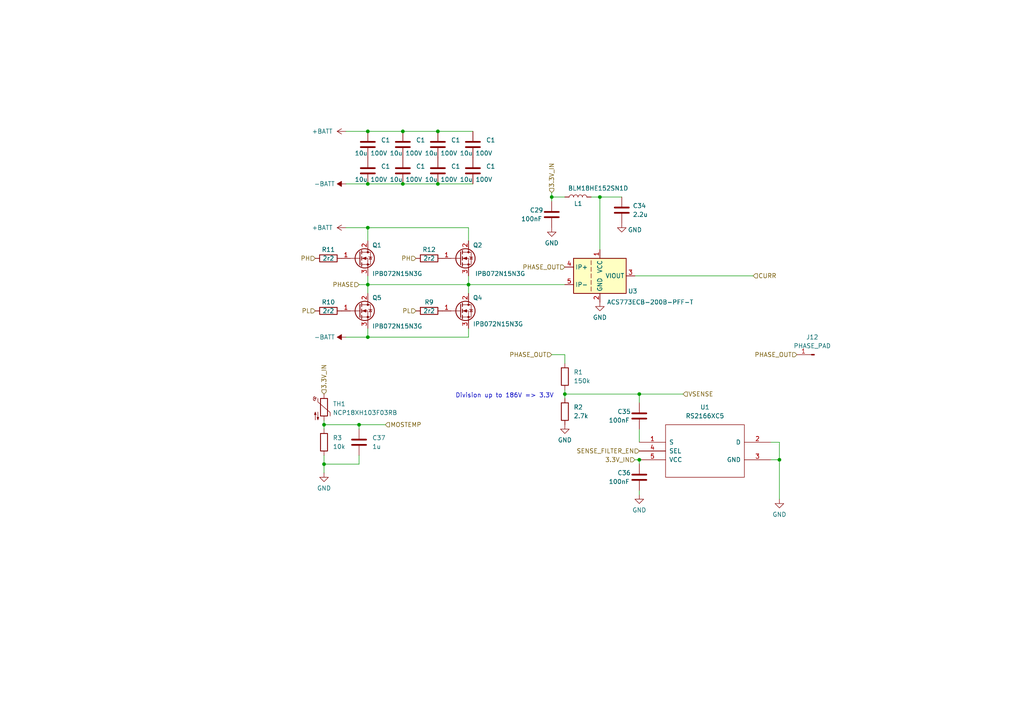
<source format=kicad_sch>
(kicad_sch (version 20230121) (generator eeschema)
  (paper "A4")
  (lib_symbols
    (symbol "Connector:Conn_01x01_Pin" (pin_names (offset 1.016) hide)
      (property "Reference" "J" (at 0 2.54 0))
      (property "Value" "Conn_01x01_Pin" (at 0 -2.54 0))
      (symbol "Conn_01x01_Pin_1_1"
        (polyline (pts (xy 1.27 0) (xy 0.8636 0)) (stroke (width 0.1524)))
        (rectangle (start 0.8636 0.127) (end 0 -0.127) (stroke (width 0.1524)) (fill (type outline)))
        (pin passive line (at 5.08 0 180) (length 3.81) (name "Pin_1") (number "1"))
      )
    )
    (symbol "Device:C" (pin_numbers hide) (pin_names (offset 0.254))
      (property "Reference" "C" (at 0.635 2.54 0))
      (property "Value" "C" (at 0.635 -2.54 0))
      (symbol "C_0_1"
        (polyline (pts (xy -2.032 -0.762) (xy 2.032 -0.762)) (stroke (width 0.508)))
        (polyline (pts (xy -2.032 0.762) (xy 2.032 0.762)) (stroke (width 0.508)))
      )
      (symbol "C_1_1"
        (pin passive line (at 0 3.81 270) (length 2.794) (name "~") (number "1"))
        (pin passive line (at 0 -3.81 90) (length 2.794) (name "~") (number "2"))
      )
    )
    (symbol "Device:L" (pin_numbers hide) (pin_names (offset 1.016) hide)
      (property "Reference" "L" (at -1.27 0 90))
      (property "Value" "L" (at 1.905 0 90))
      (symbol "L_0_1"
        (arc (start 0 -2.54) (mid 0.6323 -1.905) (end 0 -1.27))
        (arc (start 0 -1.27) (mid 0.6323 -0.635) (end 0 0))
        (arc (start 0 0) (mid 0.6323 0.635) (end 0 1.27))
        (arc (start 0 1.27) (mid 0.6323 1.905) (end 0 2.54))
      )
      (symbol "L_1_1"
        (pin passive line (at 0 3.81 270) (length 1.27) (name "1") (number "1"))
        (pin passive line (at 0 -3.81 90) (length 1.27) (name "2") (number "2"))
      )
    )
    (symbol "Device:R" (pin_numbers hide) (pin_names (offset 0))
      (property "Reference" "R" (at 2.032 0 90))
      (property "Value" "R" (at 0 0 90))
      (symbol "R_0_1"
        (rectangle (start -1.016 -2.54) (end 1.016 2.54) (stroke (width 0.254)))
      )
      (symbol "R_1_1"
        (pin passive line (at 0 3.81 270) (length 1.27) (name "~") (number "1"))
        (pin passive line (at 0 -3.81 90) (length 1.27) (name "~") (number "2"))
      )
    )
    (symbol "Device:Thermistor_NTC" (pin_numbers hide) (pin_names (offset 0))
      (property "Reference" "TH" (at -4.445 0 90))
      (property "Value" "Thermistor_NTC" (at 3.175 0 90))
      (symbol "Thermistor_NTC_0_1"
        (arc (start -3.048 2.159) (mid -3.0495 2.3143) (end -3.175 2.413))
        (arc (start -3.048 2.159) (mid -2.9736 1.9794) (end -2.794 1.905))
        (arc (start -3.048 2.794) (mid -2.9736 2.6144) (end -2.794 2.54))
        (arc (start -2.794 1.905) (mid -2.6144 1.9794) (end -2.54 2.159))
        (arc (start -2.794 2.54) (mid -2.4393 2.5587) (end -2.159 2.794))
        (arc (start -2.794 3.048) (mid -2.9736 2.9736) (end -3.048 2.794))
        (arc (start -2.54 2.794) (mid -2.6144 2.9736) (end -2.794 3.048))
        (rectangle (start -1.016 2.54) (end 1.016 -2.54) (stroke (width 0.254)))
        (polyline (pts (xy -2.54 2.159) (xy -2.54 2.794)))
        (polyline (pts (xy -1.778 2.54) (xy -1.778 1.524) (xy 1.778 -1.524) (xy 1.778 -2.54)))
        (polyline (pts (xy -2.54 -3.683) (xy -2.54 -1.397) (xy -2.794 -2.159) (xy -2.286 -2.159) (xy -2.54 -1.397) (xy -2.54 -1.651)) (fill (type outline)))
        (polyline (pts (xy -1.778 -1.397) (xy -1.778 -3.683) (xy -2.032 -2.921) (xy -1.524 -2.921) (xy -1.778 -3.683) (xy -1.778 -3.429)) (fill (type outline)))
      )
      (symbol "Thermistor_NTC_1_1"
        (pin passive line (at 0 3.81 270) (length 1.27) (name "~") (number "1"))
        (pin passive line (at 0 -3.81 90) (length 1.27) (name "~") (number "2"))
      )
    )
    (symbol "GigaESCSymbols:RS2166XC5" (pin_names (offset 1.016))
      (property "Reference" "U" (at 0 -8.89 0))
      (property "Value" "RS2166XC5" (at 0 10.16 0))
      (symbol "RS2166XC5_1_0"
        (rectangle (start -11.43 -7.62) (end 11.43 7.62))
      )
      (symbol "RS2166XC5_1_1"
        (pin input line (at -19.05 2.54 0) (length 7.62) (name "S") (number "1"))
        (pin input line (at 19.05 2.54 180) (length 7.62) (name "D") (number "2"))
        (pin input line (at 19.05 -2.54 180) (length 7.62) (name "GND") (number "3"))
        (pin input line (at -19.05 0 0) (length 7.62) (name "SEL") (number "4"))
        (pin input line (at -19.05 -2.54 0) (length 7.62) (name "VCC") (number "5"))
      )
    )
    (symbol "Sensor_Current:ACS770xCB-200B-PSF"
      (property "Reference" "U" (at -7.62 6.35 0))
      (property "Value" "ACS770xCB-200B-PSF" (at 2.54 6.35 0))
      (symbol "ACS770xCB-200B-PSF_0_1"
        (rectangle (start -7.62 5.08) (end 7.62 -5.08) (stroke (width 0.254)) (fill (type background)))
        (polyline (pts (xy -2.54 -3.175) (xy -2.54 -4.445)))
        (polyline (pts (xy -2.54 -1.27) (xy -2.54 -2.54)))
        (polyline (pts (xy -2.54 0.635) (xy -2.54 -0.635)))
        (polyline (pts (xy -2.54 1.27) (xy -2.54 2.54)))
        (polyline (pts (xy -2.54 3.175) (xy -2.54 4.445)))
      )
      (symbol "ACS770xCB-200B-PSF_1_1"
        (pin power_in line (at 0 7.62 270) (length 2.54) (name "VCC") (number "1"))
        (pin power_in line (at 0 -7.62 90) (length 2.54) (name "GND") (number "2"))
        (pin output line (at 10.16 0 180) (length 2.54) (name "VIOUT") (number "3"))
        (pin passive line (at -10.16 2.54 0) (length 2.54) (name "IP+") (number "4"))
        (pin passive line (at -10.16 -2.54 0) (length 2.54) (name "IP-") (number "5"))
      )
    )
    (symbol "Transistor_FET:BSP89" (pin_names hide)
      (property "Reference" "Q" (at 5.08 1.905 0))
      (property "Value" "BSP89" (at 5.08 0 0))
      (symbol "BSP89_0_1"
        (polyline (pts (xy 0.254 0) (xy -2.54 0)))
        (polyline (pts (xy 0.254 1.905) (xy 0.254 -1.905)) (stroke (width 0.254)))
        (polyline (pts (xy 0.762 -1.27) (xy 0.762 -2.286)) (stroke (width 0.254)))
        (polyline (pts (xy 0.762 0.508) (xy 0.762 -0.508)) (stroke (width 0.254)))
        (polyline (pts (xy 0.762 2.286) (xy 0.762 1.27)) (stroke (width 0.254)))
        (polyline (pts (xy 2.54 2.54) (xy 2.54 1.778)))
        (polyline (pts (xy 2.54 -2.54) (xy 2.54 0) (xy 0.762 0)))
        (polyline (pts (xy 0.762 -1.778) (xy 3.302 -1.778) (xy 3.302 1.778) (xy 0.762 1.778)))
        (polyline (pts (xy 1.016 0) (xy 2.032 0.381) (xy 2.032 -0.381) (xy 1.016 0)) (fill (type outline)))
        (polyline (pts (xy 2.794 0.508) (xy 2.921 0.381) (xy 3.683 0.381) (xy 3.81 0.254)))
        (polyline (pts (xy 3.302 0.381) (xy 2.921 -0.254) (xy 3.683 -0.254) (xy 3.302 0.381)))
        (circle (center 1.651 0) (radius 2.794) (stroke (width 0.254)))
        (circle (center 2.54 -1.778) (radius 0.254) (fill (type outline)))
        (circle (center 2.54 1.778) (radius 0.254) (fill (type outline)))
      )
      (symbol "BSP89_1_1"
        (pin input line (at -5.08 0 0) (length 2.54) (name "G") (number "1"))
        (pin passive line (at 2.54 5.08 270) (length 2.54) (name "D") (number "2"))
        (pin passive line (at 2.54 -5.08 90) (length 2.54) (name "S") (number "3"))
      )
    )
    (symbol "power:+BATT" (power) (pin_names (offset 0))
      (property "Value" "+BATT" (at 0 3.556 0))
      (symbol "+BATT_0_1"
        (polyline (pts (xy -0.762 1.27) (xy 0 2.54)))
        (polyline (pts (xy 0 0) (xy 0 2.54)))
        (polyline (pts (xy 0 2.54) (xy 0.762 1.27)))
      )
      (symbol "+BATT_1_1"
        (pin power_in line (at 0 0 90) (length 0) hide (name "+BATT") (number "1"))
      )
    )
    (symbol "power:-BATT" (power) (pin_names (offset 0))
      (property "Value" "-BATT" (at 0 3.556 0))
      (symbol "-BATT_0_1"
        (polyline (pts (xy 0 0) (xy 0 2.54)))
        (polyline (pts (xy 0.762 1.27) (xy -0.762 1.27) (xy 0 2.54) (xy 0.762 1.27)) (fill (type outline)))
      )
      (symbol "-BATT_1_1"
        (pin power_in line (at 0 0 90) (length 0) hide (name "-BATT") (number "1"))
      )
    )
    (symbol "power:GND" (power) (pin_names (offset 0))
      (property "Value" "GND" (at 0 -3.81 0))
      (symbol "GND_0_1"
        (polyline (pts (xy 0 0) (xy 0 -1.27) (xy 1.27 -1.27) (xy 0 -2.54) (xy -1.27 -1.27) (xy 0 -1.27)))
      )
      (symbol "GND_1_1"
        (pin power_in line (at 0 0 270) (length 0) hide (name "GND") (number "1"))
      )
    )
  )
  (junction (at 127 53.34))
  (junction (at 106.68 53.34))
  (junction (at 173.99 57.15))
  (junction (at 135.89 82.55))
  (junction (at 93.98 134.62))
  (junction (at 106.68 82.55))
  (junction (at 185.42 114.3))
  (junction (at 160.02 57.15))
  (junction (at 163.83 114.3))
  (junction (at 106.68 66.04))
  (junction (at 104.14 123.19))
  (junction (at 226.06 133.35))
  (junction (at 106.68 38.1))
  (junction (at 116.84 38.1))
  (junction (at 127 38.1))
  (junction (at 106.68 97.79))
  (junction (at 185.42 133.35))
  (junction (at 93.98 123.19))
  (junction (at 116.84 53.34))
  (wire (pts (xy 173.99 57.15) (xy 180.34 57.15)))
  (wire (pts (xy 106.68 82.55) (xy 106.68 85.09)))
  (wire (pts (xy 106.68 66.04) (xy 135.89 66.04)))
  (wire (pts (xy 160.02 55.88) (xy 160.02 57.15)))
  (wire (pts (xy 106.68 82.55) (xy 135.89 82.55)))
  (wire (pts (xy 106.68 95.25) (xy 106.68 97.79)))
  (wire (pts (xy 116.84 38.1) (xy 127 38.1)))
  (wire (pts (xy 163.83 115.57) (xy 163.83 114.3)))
  (wire (pts (xy 106.68 66.04) (xy 106.68 69.85)))
  (wire (pts (xy 163.83 57.15) (xy 160.02 57.15)))
  (wire (pts (xy 104.14 123.19) (xy 111.76 123.19)))
  (wire (pts (xy 135.89 80.01) (xy 135.89 82.55)))
  (wire (pts (xy 100.33 38.1) (xy 106.68 38.1)))
  (wire (pts (xy 135.89 95.25) (xy 135.89 97.79)))
  (wire (pts (xy 106.68 38.1) (xy 116.84 38.1)))
  (wire (pts (xy 226.06 133.35) (xy 226.06 128.27)))
  (wire (pts (xy 106.68 80.01) (xy 106.68 82.55)))
  (wire (pts (xy 185.42 133.35) (xy 185.42 134.62)))
  (wire (pts (xy 163.83 113.03) (xy 163.83 114.3)))
  (wire (pts (xy 184.15 133.35) (xy 185.42 133.35)))
  (wire (pts (xy 185.42 124.46) (xy 185.42 128.27)))
  (wire (pts (xy 185.42 114.3) (xy 198.12 114.3)))
  (wire (pts (xy 127 53.34) (xy 137.16 53.34)))
  (wire (pts (xy 100.33 97.79) (xy 106.68 97.79)))
  (wire (pts (xy 116.84 53.34) (xy 127 53.34)))
  (wire (pts (xy 135.89 82.55) (xy 163.83 82.55)))
  (wire (pts (xy 127 38.1) (xy 137.16 38.1)))
  (wire (pts (xy 173.99 57.15) (xy 171.45 57.15)))
  (wire (pts (xy 104.14 82.55) (xy 106.68 82.55)))
  (wire (pts (xy 100.33 66.04) (xy 106.68 66.04)))
  (wire (pts (xy 160.02 102.87) (xy 163.83 102.87)))
  (wire (pts (xy 93.98 123.19) (xy 104.14 123.19)))
  (wire (pts (xy 226.06 128.27) (xy 223.52 128.27)))
  (wire (pts (xy 93.98 121.92) (xy 93.98 123.19)))
  (wire (pts (xy 226.06 133.35) (xy 226.06 144.78)))
  (wire (pts (xy 93.98 123.19) (xy 93.98 124.46)))
  (wire (pts (xy 106.68 53.34) (xy 116.84 53.34)))
  (wire (pts (xy 160.02 58.42) (xy 160.02 57.15)))
  (wire (pts (xy 163.83 102.87) (xy 163.83 105.41)))
  (wire (pts (xy 135.89 82.55) (xy 135.89 85.09)))
  (wire (pts (xy 93.98 132.08) (xy 93.98 134.62)))
  (wire (pts (xy 104.14 124.46) (xy 104.14 123.19)))
  (wire (pts (xy 104.14 132.08) (xy 104.14 134.62)))
  (wire (pts (xy 173.99 57.15) (xy 173.99 72.39)))
  (wire (pts (xy 185.42 116.84) (xy 185.42 114.3)))
  (wire (pts (xy 223.52 133.35) (xy 226.06 133.35)))
  (wire (pts (xy 100.33 53.34) (xy 106.68 53.34)))
  (wire (pts (xy 184.15 80.01) (xy 218.44 80.01)))
  (wire (pts (xy 163.83 114.3) (xy 185.42 114.3)))
  (wire (pts (xy 135.89 97.79) (xy 106.68 97.79)))
  (wire (pts (xy 93.98 134.62) (xy 93.98 137.16)))
  (wire (pts (xy 135.89 66.04) (xy 135.89 69.85)))
  (wire (pts (xy 104.14 134.62) (xy 93.98 134.62)))
  (wire (pts (xy 185.42 142.24) (xy 185.42 143.51)))
  (text "Division up to 186V => 3.3V" (at 132.08 115.57 0) (effects (font (size 1.27 1.27)) (justify left bottom)))
  (hierarchical_label "PHASE_OUT" (shape input) (at 231.14 102.87 180))
  (hierarchical_label "PHASE_OUT" (shape input) (at 163.83 77.47 180))
  (hierarchical_label "PH" (shape input) (at 120.65 74.93 180))
  (hierarchical_label "PHASE" (shape input) (at 104.14 82.55 180))
  (hierarchical_label "VSENSE" (shape input) (at 198.12 114.3 0))
  (hierarchical_label "SENSE_FILTER_EN" (shape input) (at 185.42 130.81 180))
  (hierarchical_label "PHASE_OUT" (shape input) (at 160.02 102.87 180))
  (hierarchical_label "3.3V_IN" (shape input) (at 184.15 133.35 180))
  (hierarchical_label "3.3V_IN" (shape input) (at 160.02 55.88 90))
  (hierarchical_label "CURR" (shape input) (at 218.44 80.01 0))
  (hierarchical_label "3.3V_IN" (shape input) (at 93.98 114.3 90))
  (hierarchical_label "PH" (shape input) (at 91.44 74.93 180))
  (hierarchical_label "PL" (shape input) (at 120.65 90.17 180))
  (hierarchical_label "MOSTEMP" (shape input) (at 111.76 123.19 0))
  (hierarchical_label "PL" (shape input) (at 91.44 90.17 180))
  (symbol (lib_id "Transistor_FET:BSP89") (at 104.14 90.17 0) (unit 1)
    (property "Reference" "Q5" (at 107.95 86.36 0) (effects (justify left)))
    (property "Value" "IPB072N15N3G" (at 107.95 94.615 0) (effects (justify left)))
    (property "Footprint" "GigaVescLibs:TO-263-3_TabPin2_NoLeg" (effects hide))
    (property "Datasheet" "https://www.infineon.com/dgdl/Infineon-BSP89-DS-v02_02-en.pdf?fileId=db3a30433b47825b013b4b8a07f90d55" (effects hide))
    (property "JLCPosOffset" "-2.54,0" (effects hide))
    (property "Mouser" "726-IPB072N15N3G" (effects hide))
    (instances (project "IPB072N15N3G" (path "" (reference "Q5") (unit 1)) (path "" (reference "Q2") (unit 1)) (path "" (reference "Q6") (unit 1)) (path "" (reference "Q10") (unit 1))))
  )
  (symbol (lib_id "Device:C") (at 137.16 41.91 0) (unit 1)
    (property "Reference" "C1" (at 140.97 40.64 0) (effects (justify left)))
    (property "Value" "10u 100V" (at 133.35 44.45 0) (effects (justify left)))
    (property "Footprint" "Capacitor_SMD:C_1210_3225Metric" (effects hide))
    (property "Mouser" "81-GRM32EC72A106KE5K" (effects hide))
    (instances (project "IPB072N15N3G" (path "" (reference "C1") (unit 1)) (path "" (reference "C8") (unit 1)) (path "" (reference "C10") (unit 1)) (path "" (reference "C26") (unit 1))))
  )
  (symbol (lib_id "Transistor_FET:BSP89") (at 133.35 74.93 0) (unit 1)
    (property "Reference" "Q2" (at 137.16 71.12 0) (effects (justify left)))
    (property "Value" "IPB072N15N3G" (at 137.795 79.375 0) (effects (justify left)))
    (property "Footprint" "GigaVescLibs:TO-263-3_TabPin2_NoLeg" (effects hide))
    (property "Datasheet" "https://www.infineon.com/dgdl/Infineon-BSP89-DS-v02_02-en.pdf?fileId=db3a30433b47825b013b4b8a07f90d55" (effects hide))
    (property "JLCPosOffset" "-2.54,0" (effects hide))
    (property "Mouser" "726-IPB072N15N3G" (effects hide))
    (instances (project "IPB072N15N3G" (path "" (reference "Q2") (unit 1)) (path "" (reference "Q3") (unit 1)) (path "" (reference "Q7") (unit 1)) (path "" (reference "Q11") (unit 1))))
  )
  (symbol (lib_id "Device:R") (at 163.83 109.22 0) (unit 1)
    (property "Reference" "R1" (at 166.37 107.95 0) (effects (justify left)))
    (property "Value" "150k" (at 166.37 110.49 0) (effects (justify left)))
    (property "Footprint" "Resistor_SMD:R_0805_2012Metric" (effects hide))
    (property "MPN" "C17470" (effects hide))
    (property "Mouser" "603-RT0805FRE07150KL" (effects hide))
    (instances (project "IPB072N15N3G" (path "" (reference "R1") (unit 1)) (path "" (reference "R13") (unit 1)) (path "" (reference "R20") (unit 1))))
  )
  (symbol (lib_id "Transistor_FET:BSP89") (at 104.14 74.93 0) (unit 1)
    (property "Reference" "Q1" (at 107.95 71.12 0) (effects (justify left)))
    (property "Value" "IPB072N15N3G" (at 107.95 79.375 0) (effects (justify left)))
    (property "Footprint" "GigaVescLibs:TO-263-3_TabPin2_NoLeg" (effects hide))
    (property "Datasheet" "https://www.infineon.com/dgdl/Infineon-BSP89-DS-v02_02-en.pdf?fileId=db3a30433b47825b013b4b8a07f90d55" (effects hide))
    (property "JLCPosOffset" "-2.54,0" (effects hide))
    (property "Mouser" "726-IPB072N15N3G" (effects hide))
    (instances (project "IPB072N15N3G" (path "" (reference "Q1") (unit 1)) (path "" (reference "Q1") (unit 1)) (path "" (reference "Q5") (unit 1)) (path "" (reference "Q9") (unit 1))))
  )
  (symbol (lib_id "power:-BATT") (at 100.33 53.34 90) (unit 1)
    (property "Reference" "#PWR010" (effects hide))
    (property "Value" "-BATT" (at 97.155 53.34 90) (effects (justify left)))
    (instances (project "IPB072N15N3G" (path "" (reference "#PWR010") (unit 1)) (path "" (reference "#PWR06") (unit 1)) (path "" (reference "#PWR013") (unit 1)) (path "" (reference "#PWR016") (unit 1))))
  )
  (symbol (lib_id "power:GND") (at 93.98 137.16 0) (unit 1)
    (property "Reference" "#PWR032" (effects hide))
    (property "Value" "GND" (at 93.98 141.605 0))
    (instances (project "IPB072N15N3G" (path "" (reference "#PWR032") (unit 1)) (path "" (reference "#PWR025") (unit 1)) (path "" (reference "#PWR038") (unit 1)) (path "" (reference "#PWR050") (unit 1))))
  )
  (symbol (lib_id "Device:C") (at 137.16 49.53 0) (unit 1)
    (property "Reference" "C1" (at 140.97 48.26 0) (effects (justify left)))
    (property "Value" "10u 100V" (at 133.35 52.07 0) (effects (justify left)))
    (property "Footprint" "Capacitor_SMD:C_1210_3225Metric" (effects hide))
    (property "Mouser" "81-GRM32EC72A106KE5K" (effects hide))
    (instances (project "IPB072N15N3G" (path "" (reference "C1") (unit 1)) (path "" (reference "C9") (unit 1)) (path "" (reference "C11") (unit 1)) (path "" (reference "C27") (unit 1))))
  )
  (symbol (lib_id "power:GND") (at 180.34 64.77 0) (unit 1)
    (property "Reference" "#PWR032" (effects hide))
    (property "Value" "GND" (at 184.15 66.675 0))
    (instances (project "IPB072N15N3G" (path "" (reference "#PWR032") (unit 1)) (path "" (reference "#PWR035") (unit 1)) (path "" (reference "#PWR045") (unit 1)) (path "" (reference "#PWR057") (unit 1))))
  )
  (symbol (lib_id "Device:Thermistor_NTC") (at 93.98 118.11 0) (unit 1)
    (property "Reference" "TH1" (at 96.52 117.1575 0) (effects (justify left)))
    (property "Value" "NCP18XH103F03RB" (at 96.52 119.6975 0) (effects (justify left)))
    (property "Footprint" "Resistor_SMD:R_0603_1608Metric" (effects hide))
    (property "MPN" "C13564" (effects hide))
    (property "Mouser" "81-NCP18XH103F03RB" (effects hide))
    (instances (project "IPB072N15N3G" (path "" (reference "TH1") (unit 1)) (path "" (reference "TH2") (unit 1)) (path "" (reference "TH3") (unit 1))))
  )
  (symbol (lib_id "Device:C") (at 116.84 49.53 0) (unit 1)
    (property "Reference" "C1" (at 120.65 48.26 0) (effects (justify left)))
    (property "Value" "10u 100V" (at 113.03 52.07 0) (effects (justify left)))
    (property "Footprint" "Capacitor_SMD:C_1210_3225Metric" (effects hide))
    (property "Mouser" "81-GRM32EC72A106KE5K" (effects hide))
    (instances (project "IPB072N15N3G" (path "" (reference "C1") (unit 1)) (path "" (reference "C30") (unit 1)) (path "" (reference "C32") (unit 1)) (path "" (reference "C49") (unit 1))))
  )
  (symbol (lib_id "Device:C") (at 185.42 120.65 0) (unit 1)
    (property "Reference" "C35" (at 179.07 119.38 0) (effects (justify left)))
    (property "Value" "100nF" (at 176.53 121.92 0) (effects (justify left)))
    (property "Footprint" "Capacitor_SMD:C_0805_2012Metric" (effects hide))
    (property "MPN" "C28233" (effects hide))
    (property "Mouser" "581-08055C104KAT4A" (effects hide))
    (instances (project "IPB072N15N3G" (path "" (reference "C35") (unit 1)) (path "" (reference "C41") (unit 1)) (path "" (reference "C46") (unit 1))))
  )
  (symbol (lib_id "Device:R") (at 124.46 74.93 90) (unit 1)
    (property "Reference" "R12" (at 124.46 72.39 90))
    (property "Value" "2r2" (at 124.46 74.93 90))
    (property "Footprint" "Resistor_SMD:R_0805_2012Metric" (effects hide))
    (property "MPN" "C17521" (effects hide))
    (property "Mouser" "71-TNPW08052R20DEEA" (effects hide))
    (instances (project "IPB072N15N3G" (path "" (reference "R12") (unit 1)) (path "" (reference "R11") (unit 1)) (path "" (reference "R7") (unit 1)) (path "" (reference "R18") (unit 1))))
  )
  (symbol (lib_id "Device:R") (at 95.25 74.93 90) (unit 1)
    (property "Reference" "R11" (at 95.25 72.39 90))
    (property "Value" "2r2" (at 95.25 74.93 90))
    (property "Footprint" "Resistor_SMD:R_0805_2012Metric" (effects hide))
    (property "MPN" "C17521" (effects hide))
    (property "Mouser" "71-TNPW08052R20DEEA" (effects hide))
    (instances (project "IPB072N15N3G" (path "" (reference "R11") (unit 1)) (path "" (reference "R9") (unit 1)) (path "" (reference "R5") (unit 1)) (path "" (reference "R16") (unit 1))))
  )
  (symbol (lib_id "Device:R") (at 93.98 128.27 0) (unit 1)
    (property "Reference" "R3" (at 96.52 127 0) (effects (justify left)))
    (property "Value" "10k" (at 96.52 129.54 0) (effects (justify left)))
    (property "Footprint" "Resistor_SMD:R_0805_2012Metric" (effects hide))
    (property "MPN" "C17414" (effects hide))
    (property "Mouser" "708-RNCP0805FTD10K0" (effects hide))
    (instances (project "IPB072N15N3G" (path "" (reference "R3") (unit 1)) (path "" (reference "R4") (unit 1)) (path "" (reference "R15") (unit 1))))
  )
  (symbol (lib_id "Device:C") (at 104.14 128.27 0) (unit 1)
    (property "Reference" "C37" (at 107.95 127 0) (effects (justify left)))
    (property "Value" "1u" (at 107.95 129.54 0) (effects (justify left)))
    (property "Footprint" "Capacitor_SMD:C_0805_2012Metric" (effects hide))
    (property "MPN" "C28323" (effects hide))
    (property "Mouser" "187-CL21B105KPFNNNE" (effects hide))
    (instances (project "IPB072N15N3G" (path "" (reference "C37") (unit 1)) (path "" (reference "C38") (unit 1)) (path "" (reference "C43") (unit 1))))
  )
  (symbol (lib_id "power:-BATT") (at 100.33 97.79 90) (unit 1)
    (property "Reference" "#PWR010" (effects hide))
    (property "Value" "-BATT" (at 97.155 97.79 90) (effects (justify left)))
    (instances (project "IPB072N15N3G" (path "" (reference "#PWR010") (unit 1)) (path "" (reference "#PWR010") (unit 1)) (path "" (reference "#PWR040") (unit 1)) (path "" (reference "#PWR052") (unit 1))))
  )
  (symbol (lib_id "Device:R") (at 95.25 90.17 90) (unit 1)
    (property "Reference" "R10" (at 95.25 87.63 90))
    (property "Value" "2r2" (at 95.25 90.17 90))
    (property "Footprint" "Resistor_SMD:R_0805_2012Metric" (effects hide))
    (property "MPN" "C17521" (effects hide))
    (property "Mouser" "71-TNPW08052R20DEEA" (effects hide))
    (instances (project "IPB072N15N3G" (path "" (reference "R10") (unit 1)) (path "" (reference "R10") (unit 1)) (path "" (reference "R6") (unit 1)) (path "" (reference "R17") (unit 1))))
  )
  (symbol (lib_id "Device:L") (at 167.64 57.15 90) (unit 1)
    (property "Reference" "L1" (at 168.91 59.055 90) (effects (justify left)))
    (property "Value" "BLM18HE152SN1D" (at 182.245 54.61 90) (effects (justify left)))
    (property "Footprint" "Inductor_SMD:L_0603_1608Metric" (effects hide))
    (property "MPN" "C82155" (effects hide))
    (property "Mouser" "81-BLM18HE152SN1D" (effects hide))
    (instances (project "IPB072N15N3G" (path "" (reference "L1") (unit 1)) (path "" (reference "L2") (unit 1)) (path "" (reference "L3") (unit 1))))
  )
  (symbol (lib_id "Device:R") (at 124.46 90.17 90) (unit 1)
    (property "Reference" "R9" (at 124.46 87.63 90))
    (property "Value" "2r2" (at 124.46 90.17 90))
    (property "Footprint" "Resistor_SMD:R_0805_2012Metric" (effects hide))
    (property "MPN" "C17521" (effects hide))
    (property "Mouser" "71-TNPW08052R20DEEA" (effects hide))
    (instances (project "IPB072N15N3G" (path "" (reference "R9") (unit 1)) (path "" (reference "R12") (unit 1)) (path "" (reference "R8") (unit 1)) (path "" (reference "R19") (unit 1))))
  )
  (symbol (lib_id "GigaESCSymbols:RS2166XC5") (at 204.47 130.81 0) (unit 1)
    (property "Reference" "U1" (at 204.47 118.11 0))
    (property "Value" "RS2166XC5" (at 204.47 120.65 0))
    (property "Footprint" "Package_TO_SOT_SMD:SOT-353_SC-70-5" (effects hide))
    (property "Datasheet" "DOCUMENTATION" (effects hide))
    (property "MPN" "C2762292" (effects hide))
    (property "JLCRotOffset" "-180" (effects hide))
    (property "Mouser" "863-MC74VHC1G66DFT2G" (effects hide))
    (instances (project "IPB072N15N3G" (path "" (reference "U1") (unit 1)) (path "" (reference "U5") (unit 1)) (path "" (reference "U7") (unit 1))))
  )
  (symbol (lib_id "Sensor_Current:ACS770xCB-200B-PSF") (at 173.99 80.01 0) (unit 1)
    (property "Reference" "U3" (at 183.515 84.455 0))
    (property "Value" "ACS773ECB-200B-PFF-T" (at 188.595 87.63 0))
    (property "Footprint" "GigaVescLibs:Allegro_CB_SMD" (effects hide))
    (property "Datasheet" "http://www.allegromicro.com/~/media/Files/Datasheets/ACS758-Datasheet.ashx?la=en" (effects hide))
    (instances (project "IPB072N15N3G" (path "" (reference "U3") (unit 1)) (path "" (reference "U3") (unit 1)) (path "" (reference "U2") (unit 1)) (path "" (reference "U6") (unit 1))))
  )
  (symbol (lib_id "power:+BATT") (at 100.33 38.1 90) (unit 1)
    (property "Reference" "#PWR07" (effects hide))
    (property "Value" "+BATT" (at 96.52 38.1 90) (effects (justify left)))
    (instances (project "IPB072N15N3G" (path "" (reference "#PWR07") (unit 1)) (path "" (reference "#PWR03") (unit 1)) (path "" (reference "#PWR04") (unit 1)) (path "" (reference "#PWR05") (unit 1))))
  )
  (symbol (lib_id "power:GND") (at 226.06 144.78 0) (unit 1)
    (property "Reference" "#PWR032" (effects hide))
    (property "Value" "GND" (at 226.06 149.225 0))
    (instances (project "IPB072N15N3G" (path "" (reference "#PWR032") (unit 1)) (path "" (reference "#PWR012") (unit 1)) (path "" (reference "#PWR048") (unit 1)) (path "" (reference "#PWR060") (unit 1))))
  )
  (symbol (lib_id "Transistor_FET:BSP89") (at 133.35 90.17 0) (unit 1)
    (property "Reference" "Q4" (at 137.16 86.36 0) (effects (justify left)))
    (property "Value" "IPB072N15N3G" (at 137.16 93.98 0) (effects (justify left)))
    (property "Footprint" "GigaVescLibs:TO-263-3_TabPin2_NoLeg" (effects hide))
    (property "Datasheet" "https://www.infineon.com/dgdl/Infineon-BSP89-DS-v02_02-en.pdf?fileId=db3a30433b47825b013b4b8a07f90d55" (effects hide))
    (property "JLCPosOffset" "-2.54,0" (effects hide))
    (property "Mouser" "726-IPB072N15N3G" (effects hide))
    (instances (project "IPB072N15N3G" (path "" (reference "Q4") (unit 1)) (path "" (reference "Q4") (unit 1)) (path "" (reference "Q8") (unit 1)) (path "" (reference "Q12") (unit 1))))
  )
  (symbol (lib_id "Device:C") (at 180.34 60.96 0) (unit 1)
    (property "Reference" "C34" (at 183.515 59.69 0) (effects (justify left)))
    (property "Value" "2.2u" (at 183.515 62.23 0) (effects (justify left)))
    (property "Footprint" "Capacitor_SMD:C_0805_2012Metric" (effects hide))
    (property "MPN" "C49217" (effects hide))
    (property "Mouser" "187-CL21B225KPFNNNF" (effects hide))
    (instances (project "IPB072N15N3G" (path "" (reference "C34") (unit 1)) (path "" (reference "C40") (unit 1)) (path "" (reference "C45") (unit 1))))
  )
  (symbol (lib_id "Device:C") (at 160.02 62.23 0) (unit 1)
    (property "Reference" "C29" (at 153.67 60.96 0) (effects (justify left)))
    (property "Value" "100nF" (at 151.13 63.5 0) (effects (justify left)))
    (property "Footprint" "Capacitor_SMD:C_0805_2012Metric" (effects hide))
    (property "MPN" "C28233" (effects hide))
    (property "Mouser" "581-08055C104KAT4A" (effects hide))
    (instances (project "IPB072N15N3G" (path "" (reference "C29") (unit 1)) (path "" (reference "C39") (unit 1)) (path "" (reference "C44") (unit 1))))
  )
  (symbol (lib_id "Device:R") (at 163.83 119.38 0) (unit 1)
    (property "Reference" "R2" (at 166.37 118.11 0) (effects (justify left)))
    (property "Value" "2.7k" (at 166.37 120.65 0) (effects (justify left)))
    (property "Footprint" "Resistor_SMD:R_0805_2012Metric" (effects hide))
    (property "MPN" "C17530" (effects hide))
    (property "Mouser" "603-RT0805FRE072K7L" (effects hide))
    (instances (project "IPB072N15N3G" (path "" (reference "R2") (unit 1)) (path "" (reference "R14") (unit 1)) (path "" (reference "R21") (unit 1))))
  )
  (symbol (lib_id "Device:C") (at 116.84 41.91 0) (unit 1)
    (property "Reference" "C1" (at 120.65 40.64 0) (effects (justify left)))
    (property "Value" "10u 100V" (at 113.03 44.45 0) (effects (justify left)))
    (property "Footprint" "Capacitor_SMD:C_1210_3225Metric" (effects hide))
    (property "Mouser" "81-GRM32EC72A106KE5K" (effects hide))
    (instances (project "IPB072N15N3G" (path "" (reference "C1") (unit 1)) (path "" (reference "C28") (unit 1)) (path "" (reference "C31") (unit 1)) (path "" (reference "C33") (unit 1))))
  )
  (symbol (lib_id "Connector:Conn_01x01_Pin") (at 236.22 102.87 180) (unit 1)
    (property "Reference" "J12" (at 235.585 97.79 0))
    (property "Value" "PHASE_PAD" (at 235.585 100.33 0))
    (property "Footprint" "Connector_Wire:SolderWirePad_1x01_SMD_5x10mm" (effects hide))
    (instances (project "IPB072N15N3G" (path "" (reference "J12") (unit 1)) (path "" (reference "J7") (unit 1)) (path "" (reference "J15") (unit 1)) (path "" (reference "J16") (unit 1))))
  )
  (symbol (lib_id "power:GND") (at 160.02 66.04 0) (unit 1)
    (property "Reference" "#PWR032" (effects hide))
    (property "Value" "GND" (at 160.02 70.485 0))
    (instances (project "IPB072N15N3G" (path "" (reference "#PWR032") (unit 1)) (path "" (reference "#PWR036") (unit 1)) (path "" (reference "#PWR042") (unit 1)) (path "" (reference "#PWR054") (unit 1))))
  )
  (symbol (lib_id "Device:C") (at 106.68 41.91 0) (unit 1)
    (property "Reference" "C1" (at 110.49 40.64 0) (effects (justify left)))
    (property "Value" "10u 100V" (at 102.87 44.45 0) (effects (justify left)))
    (property "Footprint" "Capacitor_SMD:C_1210_3225Metric" (effects hide))
    (property "MPN" "C5156756" (effects hide))
    (property "Mouser" "81-GRM32EC72A106KE5K" (effects hide))
    (instances (project "IPB072N15N3G" (path "" (reference "C1") (unit 1)) (path "" (reference "C1") (unit 1)) (path "" (reference "C25") (unit 1)) (path "" (reference "C48") (unit 1))))
  )
  (symbol (lib_id "Device:C") (at 127 41.91 0) (unit 1)
    (property "Reference" "C1" (at 130.81 40.64 0) (effects (justify left)))
    (property "Value" "10u 100V" (at 123.19 44.45 0) (effects (justify left)))
    (property "Footprint" "Capacitor_SMD:C_1210_3225Metric" (effects hide))
    (property "Mouser" "81-GRM32EC72A106KE5K" (effects hide))
    (instances (project "IPB072N15N3G" (path "" (reference "C1") (unit 1)) (path "" (reference "C50") (unit 1)) (path "" (reference "C52") (unit 1)) (path "" (reference "C54") (unit 1))))
  )
  (symbol (lib_id "Device:C") (at 185.42 138.43 0) (unit 1)
    (property "Reference" "C36" (at 179.07 137.16 0) (effects (justify left)))
    (property "Value" "100nF" (at 176.53 139.7 0) (effects (justify left)))
    (property "Footprint" "Capacitor_SMD:C_0805_2012Metric" (effects hide))
    (property "MPN" "C28233" (effects hide))
    (property "Mouser" "581-08055C104KAT4A" (effects hide))
    (instances (project "IPB072N15N3G" (path "" (reference "C36") (unit 1)) (path "" (reference "C42") (unit 1)) (path "" (reference "C47") (unit 1))))
  )
  (symbol (lib_id "power:GND") (at 163.83 123.19 0) (unit 1)
    (property "Reference" "#PWR032" (effects hide))
    (property "Value" "GND" (at 163.83 127.635 0))
    (instances (project "IPB072N15N3G" (path "" (reference "#PWR032") (unit 1)) (path "" (reference "#PWR08") (unit 1)) (path "" (reference "#PWR043") (unit 1)) (path "" (reference "#PWR055") (unit 1))))
  )
  (symbol (lib_id "power:+BATT") (at 100.33 66.04 90) (unit 1)
    (property "Reference" "#PWR07" (effects hide))
    (property "Value" "+BATT" (at 96.52 66.04 90) (effects (justify left)))
    (instances (project "IPB072N15N3G" (path "" (reference "#PWR07") (unit 1)) (path "" (reference "#PWR07") (unit 1)) (path "" (reference "#PWR039") (unit 1)) (path "" (reference "#PWR051") (unit 1))))
  )
  (symbol (lib_id "power:GND") (at 185.42 143.51 0) (unit 1)
    (property "Reference" "#PWR032" (effects hide))
    (property "Value" "GND" (at 185.42 147.955 0))
    (instances (project "IPB072N15N3G" (path "" (reference "#PWR032") (unit 1)) (path "" (reference "#PWR011") (unit 1)) (path "" (reference "#PWR047") (unit 1)) (path "" (reference "#PWR059") (unit 1))))
  )
  (symbol (lib_id "Device:C") (at 127 49.53 0) (unit 1)
    (property "Reference" "C1" (at 130.81 48.26 0) (effects (justify left)))
    (property "Value" "10u 100V" (at 123.19 52.07 0) (effects (justify left)))
    (property "Footprint" "Capacitor_SMD:C_1210_3225Metric" (effects hide))
    (property "Mouser" "81-GRM32EC72A106KE5K" (effects hide))
    (instances (project "IPB072N15N3G" (path "" (reference "C1") (unit 1)) (path "" (reference "C51") (unit 1)) (path "" (reference "C53") (unit 1)) (path "" (reference "C55") (unit 1))))
  )
  (symbol (lib_id "Device:C") (at 106.68 49.53 0) (unit 1)
    (property "Reference" "C1" (at 110.49 48.26 0) (effects (justify left)))
    (property "Value" "10u 100V" (at 102.87 52.07 0) (effects (justify left)))
    (property "Footprint" "Capacitor_SMD:C_1210_3225Metric" (effects hide))
    (property "Mouser" "81-GRM32EC72A106KE5K" (effects hide))
    (instances (project "IPB072N15N3G" (path "" (reference "C1") (unit 1)) (path "" (reference "C2") (unit 1)) (path "" (reference "C3") (unit 1)) (path "" (reference "C4") (unit 1))))
  )
  (symbol (lib_id "power:GND") (at 173.99 87.63 0) (unit 1)
    (property "Reference" "#PWR032" (effects hide))
    (property "Value" "GND" (at 173.99 92.075 0))
    (instances (project "IPB072N15N3G" (path "" (reference "#PWR032") (unit 1)) (path "" (reference "#PWR033") (unit 1)) (path "" (reference "#PWR044") (unit 1)) (path "" (reference "#PWR056") (unit 1))))
  )
)
</source>
